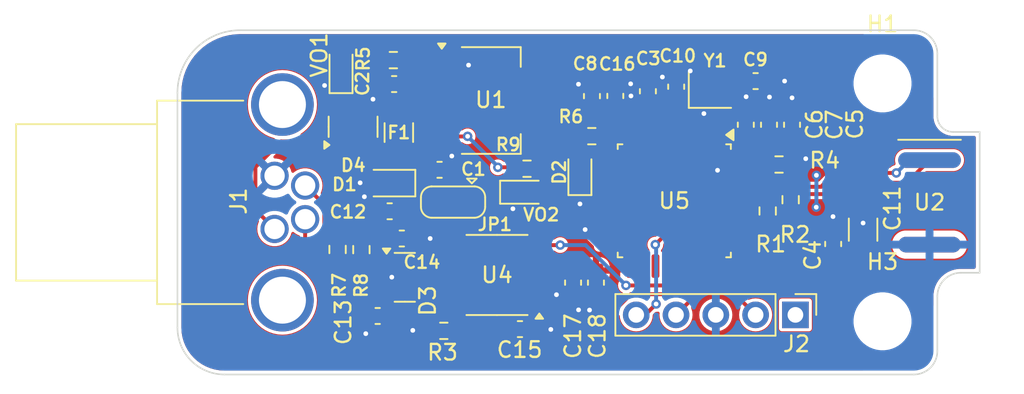
<source format=kicad_pcb>
(kicad_pcb
	(version 20240108)
	(generator "pcbnew")
	(generator_version "8.0")
	(general
		(thickness 1.6)
		(legacy_teardrops no)
	)
	(paper "A4")
	(layers
		(0 "F.Cu" signal)
		(31 "B.Cu" signal)
		(32 "B.Adhes" user "B.Adhesive")
		(33 "F.Adhes" user "F.Adhesive")
		(34 "B.Paste" user)
		(35 "F.Paste" user)
		(36 "B.SilkS" user "B.Silkscreen")
		(37 "F.SilkS" user "F.Silkscreen")
		(38 "B.Mask" user)
		(39 "F.Mask" user)
		(40 "Dwgs.User" user "User.Drawings")
		(41 "Cmts.User" user "User.Comments")
		(42 "Eco1.User" user "User.Eco1")
		(43 "Eco2.User" user "User.Eco2")
		(44 "Edge.Cuts" user)
		(45 "Margin" user)
		(46 "B.CrtYd" user "B.Courtyard")
		(47 "F.CrtYd" user "F.Courtyard")
		(48 "B.Fab" user)
		(49 "F.Fab" user)
		(50 "User.1" user)
		(51 "User.2" user)
		(52 "User.3" user)
		(53 "User.4" user)
		(54 "User.5" user)
		(55 "User.6" user)
		(56 "User.7" user)
		(57 "User.8" user)
		(58 "User.9" user)
	)
	(setup
		(stackup
			(layer "F.SilkS"
				(type "Top Silk Screen")
			)
			(layer "F.Paste"
				(type "Top Solder Paste")
			)
			(layer "F.Mask"
				(type "Top Solder Mask")
				(thickness 0.01)
			)
			(layer "F.Cu"
				(type "copper")
				(thickness 0.035)
			)
			(layer "dielectric 1"
				(type "core")
				(thickness 1.51)
				(material "FR4")
				(epsilon_r 4.5)
				(loss_tangent 0.02)
			)
			(layer "B.Cu"
				(type "copper")
				(thickness 0.035)
			)
			(layer "B.Mask"
				(type "Bottom Solder Mask")
				(thickness 0.01)
			)
			(layer "B.Paste"
				(type "Bottom Solder Paste")
			)
			(layer "B.SilkS"
				(type "Bottom Silk Screen")
			)
			(copper_finish "None")
			(dielectric_constraints no)
		)
		(pad_to_mask_clearance 0)
		(allow_soldermask_bridges_in_footprints no)
		(aux_axis_origin 36 49)
		(pcbplotparams
			(layerselection 0x00010fc_ffffffff)
			(plot_on_all_layers_selection 0x0000000_00000000)
			(disableapertmacros no)
			(usegerberextensions yes)
			(usegerberattributes no)
			(usegerberadvancedattributes no)
			(creategerberjobfile no)
			(dashed_line_dash_ratio 12.000000)
			(dashed_line_gap_ratio 3.000000)
			(svgprecision 4)
			(plotframeref no)
			(viasonmask no)
			(mode 1)
			(useauxorigin yes)
			(hpglpennumber 1)
			(hpglpenspeed 20)
			(hpglpendiameter 15.000000)
			(pdf_front_fp_property_popups yes)
			(pdf_back_fp_property_popups yes)
			(dxfpolygonmode yes)
			(dxfimperialunits yes)
			(dxfusepcbnewfont yes)
			(psnegative no)
			(psa4output no)
			(plotreference yes)
			(plotvalue no)
			(plotfptext yes)
			(plotinvisibletext no)
			(sketchpadsonfab no)
			(subtractmaskfromsilk yes)
			(outputformat 1)
			(mirror no)
			(drillshape 0)
			(scaleselection 1)
			(outputdirectory "gerber")
		)
	)
	(net 0 "")
	(net 1 "+3.3V")
	(net 2 "GND")
	(net 3 "+5V")
	(net 4 "/I2C_SDA")
	(net 5 "/I2C_SCL")
	(net 6 "CAN_H")
	(net 7 "CAN_L")
	(net 8 "Net-(U4-Rs)")
	(net 9 "NRST")
	(net 10 "Net-(U5-PF0)")
	(net 11 "SWDIO")
	(net 12 "Net-(U5-PF1)")
	(net 13 "/Vref")
	(net 14 "Net-(D4-K)")
	(net 15 "Net-(D4-A)")
	(net 16 "Net-(JP1-C)")
	(net 17 "Net-(U5-PB8)")
	(net 18 "unconnected-(U5-PB5-Pad28)")
	(net 19 "unconnected-(U5-PA8-Pad18)")
	(net 20 "unconnected-(U5-PA15-Pad25)")
	(net 21 "SWCLK")
	(net 22 "unconnected-(U5-PA7-Pad13)")
	(net 23 "unconnected-(U5-PA5-Pad11)")
	(net 24 "unconnected-(U5-PA9-Pad19)")
	(net 25 "unconnected-(U5-PA1-Pad7)")
	(net 26 "unconnected-(U5-PB4-Pad27)")
	(net 27 "unconnected-(U5-PA6-Pad12)")
	(net 28 "unconnected-(U5-PA10-Pad20)")
	(net 29 "/CAN_Tx")
	(net 30 "/CAN_Rx")
	(net 31 "unconnected-(U5-PB0-Pad14)")
	(net 32 "unconnected-(U5-PB1-Pad15)")
	(net 33 "unconnected-(U5-PA4-Pad10)")
	(net 34 "Net-(D2-A)")
	(net 35 "unconnected-(U5-PA0-Pad6)")
	(net 36 "/STATUS_LED")
	(net 37 "unconnected-(U5-PA2-Pad8)")
	(net 38 "unconnected-(U5-PB3-Pad26)")
	(net 39 "+3V3")
	(net 40 "Net-(VO1-A)")
	(net 41 "Net-(VO2-A)")
	(footprint "Package_TO_SOT_SMD:SOT-23" (layer "F.Cu") (at 146.51 45.79))
	(footprint "Capacitor_SMD:C_0603_1608Metric" (layer "F.Cu") (at 145.545 41.57 180))
	(footprint "Connector_PinHeader_2.54mm:PinHeader_1x05_P2.54mm_Vertical" (layer "F.Cu") (at 171.44 48.19 -90))
	(footprint "Crystal:Crystal_SMD_2016-4Pin_2.0x1.6mm" (layer "F.Cu") (at 165.985 33.81))
	(footprint "FaSTTUBe_connectors:M8_718_4pin_horizontal" (layer "F.Cu") (at 138.2 41 -90))
	(footprint "Capacitor_SMD:C_0603_1608Metric" (layer "F.Cu") (at 153.86 49.1))
	(footprint "MountingHole:MountingHole_3.2mm_M3_DIN965" (layer "F.Cu") (at 177 33.4))
	(footprint "Diode_SMD:D_SOD-323" (layer "F.Cu") (at 145.57 39.77 180))
	(footprint "TTS:TO-39_sidemount" (layer "F.Cu") (at 180 41))
	(footprint "Package_SO:SOIC-8_3.9x4.9mm_P1.27mm" (layer "F.Cu") (at 152.395 45.64 180))
	(footprint "LED_SMD:LED_0603_1608Metric_Pad1.05x0.95mm_HandSolder" (layer "F.Cu") (at 154.2525 40.35))
	(footprint "TTS:SOT-23" (layer "F.Cu") (at 143.21 36.17 90))
	(footprint "Resistor_SMD:R_0603_1608Metric" (layer "F.Cu") (at 169.67 41.55 90))
	(footprint "MountingHole:MountingHole_3.2mm_M3_DIN965" (layer "F.Cu") (at 177 48.6))
	(footprint "Resistor_SMD:R_0603_1608Metric" (layer "F.Cu") (at 149 49.21 180))
	(footprint "Resistor_SMD:R_0603_1608Metric" (layer "F.Cu") (at 171.135 40.83 90))
	(footprint "Resistor_SMD:R_0603_1608Metric" (layer "F.Cu") (at 154.31 38.85))
	(footprint "Package_QFP:LQFP-32_7x7mm_P0.8mm" (layer "F.Cu") (at 163.71 40.9 -90))
	(footprint "LED_SMD:LED_0603_1608Metric_Pad1.05x0.95mm_HandSolder" (layer "F.Cu") (at 142.44 32.36 90))
	(footprint "Capacitor_SMD:C_0603_1608Metric" (layer "F.Cu") (at 168.275 36.04 90))
	(footprint "Capacitor_SMD:C_0603_1608Metric" (layer "F.Cu") (at 146.32 43.31 180))
	(footprint "LED_SMD:LED_0603_1608Metric" (layer "F.Cu") (at 157.685 39.05 90))
	(footprint "Fuse:Fuse_1206_3216Metric" (layer "F.Cu") (at 146.13 36.54 -90))
	(footprint "Resistor_SMD:R_0603_1608Metric" (layer "F.Cu") (at 145.78 31.91 180))
	(footprint "Capacitor_SMD:C_0603_1608Metric" (layer "F.Cu") (at 157.25 46.13 -90))
	(footprint "Resistor_SMD:R_0603_1608Metric" (layer "F.Cu") (at 143.74 44.02 90))
	(footprint "Resistor_SMD:R_0603_1608Metric" (layer "F.Cu") (at 170.395 38.58))
	(footprint "Capacitor_SMD:C_0603_1608Metric" (layer "F.Cu") (at 158.455 34.21 90))
	(footprint "Jumper:SolderJumper-3_P1.3mm_Open_RoundedPad1.0x1.5mm" (layer "F.Cu") (at 149.59 40.9825 180))
	(footprint "Capacitor_SMD:C_0603_1608Metric" (layer "F.Cu") (at 163.83 33.61 90))
	(footprint "Capacitor_SMD:C_0603_1608Metric" (layer "F.Cu") (at 173.85 43.66 90))
	(footprint "Package_TO_SOT_SMD:SOT-223-3_TabPin2" (layer "F.Cu") (at 152 34.49))
	(footprint "Capacitor_SMD:C_1206_3216Metric" (layer "F.Cu") (at 175.76 42.745 90))
	(footprint "Capacitor_SMD:C_0603_1608Metric" (layer "F.Cu") (at 168.9 33.25 180))
	(footprint "Capacitor_SMD:C_0603_1608Metric" (layer "F.Cu") (at 158.71 46.13 -90))
	(footprint "Capacitor_SMD:C_0603_1608Metric" (layer "F.Cu") (at 148.73 38.92))
	(footprint "Resistor_SMD:R_0603_1608Metric" (layer "F.Cu") (at 158.445 36.77 180))
	(footprint "Capacitor_SMD:C_0603_1608Metric" (layer "F.Cu") (at 159.945 34.2 90))
	(footprint "Resistor_SMD:R_0603_1608Metric" (layer "F.Cu") (at 142.22 44.01 -90))
	(footprint "Capacitor_SMD:C_0603_1608Metric"
		(layer "F.Cu")
		(uuid "e9aee7ad-d638-4c4a-87cb-c8f5124c4142")
		(at 145.83 33.44 180)
		(descr "Capacitor SMD 0603 (1608 Metric), square (rectangular) end terminal, IPC_7351 nominal, (Body size source: IPC-SM-782 page 76, https://www.pcb-3d.com/wordpress/wp-content/uploads/ipc-sm-782a_amendment_1_and_2.pdf), generated with kicad-footprint-generator")
		(tags "capacitor")
		(property "Reference" "C2"
			(at 2.02 0.03 90)
			(layer "F.SilkS")
			(uuid "9107a9e8-ddce-44b6-8243-4b3c503d8ac9")
			(effects
				(font
					(size 0.8 0.8)
					(thickness 0.15)
				)
			)
		)
		(property "Value" "4,7u"
			(at 0 1.43 0)
			(layer "F.Fab")
			(uuid "2cc087bc-9b11-4ea5-a45e-089d5cab9ab7")
			(effects
				(font
					(size 1 1)
					(thickness 0.15)
				)
			)
		)
		(property "Footprint" "Capacitor_SMD:C_0603_1608Metric"
			(at 0 0 180)
			(unlocked yes)
			(layer "F.Fab")
			(hide yes)
			(uuid "02f24cbb-be53-4311-be60-d4f63e4cd5b2")
			(effects
				(font
					(size 1.27 1.27)
					(thickness 0.15)
				)
			)
		)
		(property "Datasheet" ""
			(at 0 0 180)
			(unlocked yes)
			(layer "F.Fab")
			(hide yes)
			(uuid "190d60dd-d182-422a-bfa8-5dfaa64a2aea")
			(effects
				(font
					(size 1.27 1.27)
					(thickness 0.15)
				)
			)
		)
		(property "Description" ""
			(at 0 0 180)
			(unlocked yes)
			(layer "F.Fab")
			(hide yes)
			(uuid "7862a13e-51e6-46d8-ab20-9150706a814c")
			(effects
				(font
					(size 1.27 1.27)
					(thickness 0.15)
				)
			)
		)
		(property "LCSC" "C15849"
			(at 0 0 180)
			(unlocked yes)
			(layer "F.Fab")
			(hide yes)
			(uuid "911c4945-f300-4fa6-a87f-62fd10d9abbe")
			(effects
				(font
					(size 1 1)
					(thickness 0.15)
				)
			)
		)
		(property ki_fp_filters "C_*")
		(path "/d31f1739-8ef6-4d17-981b-a1310d66cc95")
		(sheetname "Root")
		(sheetfile "TTS.kicad_sch")
		(attr smd)
		(fp_line
			(start -0.14058 0.51)
			(end 0.14058 0.51)
			(stroke
				(width 0.12)
				(type solid)
			)
			(layer "F.SilkS")
			(uuid "bf9ceb5c-bcdd-481f-b8f4-a976ecda3a06")
		)
		(fp_line
			(start -0.14058 -0.51)
			(end 0.14058 -0.51)
			(stroke
				(width 0.12)
				(type solid)
			)
			(layer "F.SilkS")
			(uuid "7e42134d-81d8-4593-bd26-e2b2e1d08395")
		)
		(fp_line
			(start 1.48 0.73)
			(end -1.48 0.73)
			(stroke
				(width 0.05)
				(type solid)
			)
			(layer "F.CrtYd")
			(uuid "ebe31fa7-ab72-4e48-b04d-8c90349d1661")
		)
		(fp_line
			(start 1.48 -0.73)
			(end 1.48 0.73)
			(stroke
				(width 0.05)
				(type solid)
			)
			(layer "F.CrtYd")
			(uuid "6c6cf181-24b7-46d7-81dd-201aa55d6359")
		)
		(fp_line
			(start -1.48 0.73)
			(end -1.48 -0.73)
			(stroke
				(width 0.05)
				(type solid)
			)
			(layer "F.CrtYd")
			(uuid "89d5ffc3-767d-4677-b3dd-824bacb3b2cf")
		)
		(fp_line
			(start -1.48 -0.73)
			(end 1.48 -0.73)
			(stroke
				(width 0.05)
				(type solid)
			)
			(layer "F.CrtYd")
			(uuid "84618578-4697-4e65-8e33-0e9dc8c3e893")
		)
		(fp_line
			(start 0.8 0.4)
			(end -0.8 0.4)
			(stroke
				(width 0.1)
				(type solid)
			)
			(layer "F.Fab")
			(uuid "64ea3970-6cdb-431b-b467-5a3f13728271")
		)
		(fp_line
			(start 0.8 -0.4)
			(end 0.8 0.4)
			(stroke
				(width 0.1)
				(type solid)
			)
			(layer "F.Fab")
			(uuid "0f747995-8206-4013-90e2-c1774bf2a099")
		)
		(fp_line
			(start -0.8 0.4)
			(end -0.8 -0.4)
			(stroke
				(width 0.1)
				(typ
... [248594 chars truncated]
</source>
